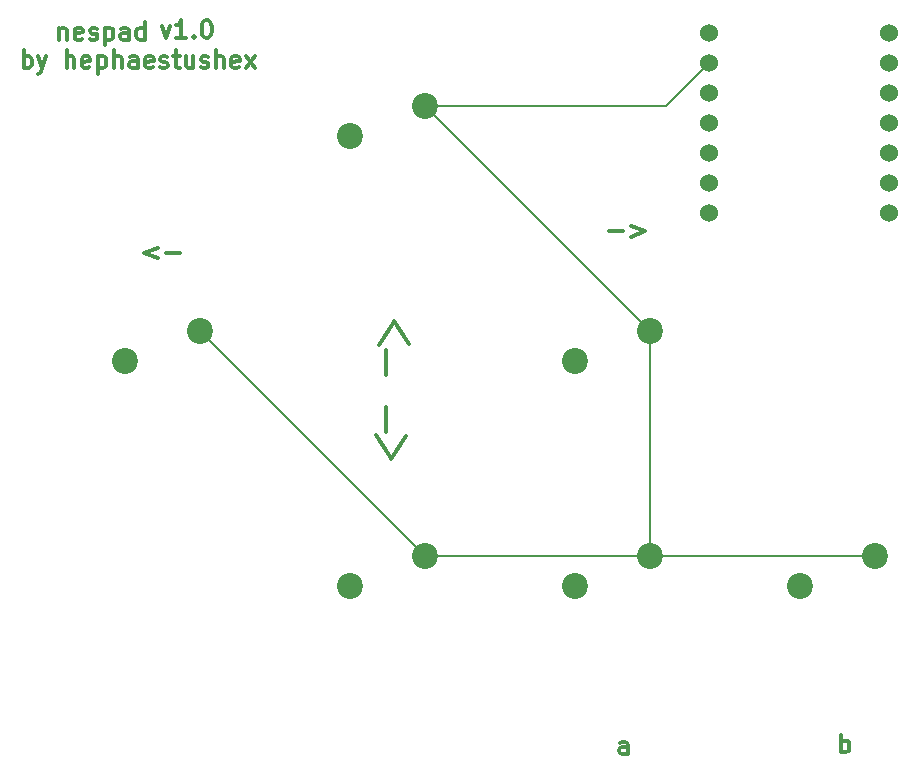
<source format=gbr>
%TF.GenerationSoftware,KiCad,Pcbnew,8.0.5*%
%TF.CreationDate,2025-02-18T21:33:54-07:00*%
%TF.ProjectId,nespad,6e657370-6164-42e6-9b69-6361645f7063,rev?*%
%TF.SameCoordinates,Original*%
%TF.FileFunction,Copper,L1,Top*%
%TF.FilePolarity,Positive*%
%FSLAX46Y46*%
G04 Gerber Fmt 4.6, Leading zero omitted, Abs format (unit mm)*
G04 Created by KiCad (PCBNEW 8.0.5) date 2025-02-18 21:33:54*
%MOMM*%
%LPD*%
G01*
G04 APERTURE LIST*
%ADD10C,0.300000*%
%TA.AperFunction,NonConductor*%
%ADD11C,0.300000*%
%TD*%
%TA.AperFunction,ComponentPad*%
%ADD12C,2.200000*%
%TD*%
%TA.AperFunction,ComponentPad*%
%ADD13C,1.524000*%
%TD*%
%TA.AperFunction,Conductor*%
%ADD14C,0.200000*%
%TD*%
G04 APERTURE END LIST*
D10*
D11*
X85744510Y-71835828D02*
X85744510Y-70335828D01*
X85744510Y-70907257D02*
X85887368Y-70835828D01*
X85887368Y-70835828D02*
X86173082Y-70835828D01*
X86173082Y-70835828D02*
X86315939Y-70907257D01*
X86315939Y-70907257D02*
X86387368Y-70978685D01*
X86387368Y-70978685D02*
X86458796Y-71121542D01*
X86458796Y-71121542D02*
X86458796Y-71550114D01*
X86458796Y-71550114D02*
X86387368Y-71692971D01*
X86387368Y-71692971D02*
X86315939Y-71764400D01*
X86315939Y-71764400D02*
X86173082Y-71835828D01*
X86173082Y-71835828D02*
X85887368Y-71835828D01*
X85887368Y-71835828D02*
X85744510Y-71764400D01*
X86958796Y-70835828D02*
X87315939Y-71835828D01*
X87673082Y-70835828D02*
X87315939Y-71835828D01*
X87315939Y-71835828D02*
X87173082Y-72192971D01*
X87173082Y-72192971D02*
X87101653Y-72264400D01*
X87101653Y-72264400D02*
X86958796Y-72335828D01*
X89387367Y-71835828D02*
X89387367Y-70335828D01*
X90030225Y-71835828D02*
X90030225Y-71050114D01*
X90030225Y-71050114D02*
X89958796Y-70907257D01*
X89958796Y-70907257D02*
X89815939Y-70835828D01*
X89815939Y-70835828D02*
X89601653Y-70835828D01*
X89601653Y-70835828D02*
X89458796Y-70907257D01*
X89458796Y-70907257D02*
X89387367Y-70978685D01*
X91315939Y-71764400D02*
X91173082Y-71835828D01*
X91173082Y-71835828D02*
X90887368Y-71835828D01*
X90887368Y-71835828D02*
X90744510Y-71764400D01*
X90744510Y-71764400D02*
X90673082Y-71621542D01*
X90673082Y-71621542D02*
X90673082Y-71050114D01*
X90673082Y-71050114D02*
X90744510Y-70907257D01*
X90744510Y-70907257D02*
X90887368Y-70835828D01*
X90887368Y-70835828D02*
X91173082Y-70835828D01*
X91173082Y-70835828D02*
X91315939Y-70907257D01*
X91315939Y-70907257D02*
X91387368Y-71050114D01*
X91387368Y-71050114D02*
X91387368Y-71192971D01*
X91387368Y-71192971D02*
X90673082Y-71335828D01*
X92030224Y-70835828D02*
X92030224Y-72335828D01*
X92030224Y-70907257D02*
X92173082Y-70835828D01*
X92173082Y-70835828D02*
X92458796Y-70835828D01*
X92458796Y-70835828D02*
X92601653Y-70907257D01*
X92601653Y-70907257D02*
X92673082Y-70978685D01*
X92673082Y-70978685D02*
X92744510Y-71121542D01*
X92744510Y-71121542D02*
X92744510Y-71550114D01*
X92744510Y-71550114D02*
X92673082Y-71692971D01*
X92673082Y-71692971D02*
X92601653Y-71764400D01*
X92601653Y-71764400D02*
X92458796Y-71835828D01*
X92458796Y-71835828D02*
X92173082Y-71835828D01*
X92173082Y-71835828D02*
X92030224Y-71764400D01*
X93387367Y-71835828D02*
X93387367Y-70335828D01*
X94030225Y-71835828D02*
X94030225Y-71050114D01*
X94030225Y-71050114D02*
X93958796Y-70907257D01*
X93958796Y-70907257D02*
X93815939Y-70835828D01*
X93815939Y-70835828D02*
X93601653Y-70835828D01*
X93601653Y-70835828D02*
X93458796Y-70907257D01*
X93458796Y-70907257D02*
X93387367Y-70978685D01*
X95387368Y-71835828D02*
X95387368Y-71050114D01*
X95387368Y-71050114D02*
X95315939Y-70907257D01*
X95315939Y-70907257D02*
X95173082Y-70835828D01*
X95173082Y-70835828D02*
X94887368Y-70835828D01*
X94887368Y-70835828D02*
X94744510Y-70907257D01*
X95387368Y-71764400D02*
X95244510Y-71835828D01*
X95244510Y-71835828D02*
X94887368Y-71835828D01*
X94887368Y-71835828D02*
X94744510Y-71764400D01*
X94744510Y-71764400D02*
X94673082Y-71621542D01*
X94673082Y-71621542D02*
X94673082Y-71478685D01*
X94673082Y-71478685D02*
X94744510Y-71335828D01*
X94744510Y-71335828D02*
X94887368Y-71264400D01*
X94887368Y-71264400D02*
X95244510Y-71264400D01*
X95244510Y-71264400D02*
X95387368Y-71192971D01*
X96673082Y-71764400D02*
X96530225Y-71835828D01*
X96530225Y-71835828D02*
X96244511Y-71835828D01*
X96244511Y-71835828D02*
X96101653Y-71764400D01*
X96101653Y-71764400D02*
X96030225Y-71621542D01*
X96030225Y-71621542D02*
X96030225Y-71050114D01*
X96030225Y-71050114D02*
X96101653Y-70907257D01*
X96101653Y-70907257D02*
X96244511Y-70835828D01*
X96244511Y-70835828D02*
X96530225Y-70835828D01*
X96530225Y-70835828D02*
X96673082Y-70907257D01*
X96673082Y-70907257D02*
X96744511Y-71050114D01*
X96744511Y-71050114D02*
X96744511Y-71192971D01*
X96744511Y-71192971D02*
X96030225Y-71335828D01*
X97315939Y-71764400D02*
X97458796Y-71835828D01*
X97458796Y-71835828D02*
X97744510Y-71835828D01*
X97744510Y-71835828D02*
X97887367Y-71764400D01*
X97887367Y-71764400D02*
X97958796Y-71621542D01*
X97958796Y-71621542D02*
X97958796Y-71550114D01*
X97958796Y-71550114D02*
X97887367Y-71407257D01*
X97887367Y-71407257D02*
X97744510Y-71335828D01*
X97744510Y-71335828D02*
X97530225Y-71335828D01*
X97530225Y-71335828D02*
X97387367Y-71264400D01*
X97387367Y-71264400D02*
X97315939Y-71121542D01*
X97315939Y-71121542D02*
X97315939Y-71050114D01*
X97315939Y-71050114D02*
X97387367Y-70907257D01*
X97387367Y-70907257D02*
X97530225Y-70835828D01*
X97530225Y-70835828D02*
X97744510Y-70835828D01*
X97744510Y-70835828D02*
X97887367Y-70907257D01*
X98387368Y-70835828D02*
X98958796Y-70835828D01*
X98601653Y-70335828D02*
X98601653Y-71621542D01*
X98601653Y-71621542D02*
X98673082Y-71764400D01*
X98673082Y-71764400D02*
X98815939Y-71835828D01*
X98815939Y-71835828D02*
X98958796Y-71835828D01*
X100101654Y-70835828D02*
X100101654Y-71835828D01*
X99458796Y-70835828D02*
X99458796Y-71621542D01*
X99458796Y-71621542D02*
X99530225Y-71764400D01*
X99530225Y-71764400D02*
X99673082Y-71835828D01*
X99673082Y-71835828D02*
X99887368Y-71835828D01*
X99887368Y-71835828D02*
X100030225Y-71764400D01*
X100030225Y-71764400D02*
X100101654Y-71692971D01*
X100744511Y-71764400D02*
X100887368Y-71835828D01*
X100887368Y-71835828D02*
X101173082Y-71835828D01*
X101173082Y-71835828D02*
X101315939Y-71764400D01*
X101315939Y-71764400D02*
X101387368Y-71621542D01*
X101387368Y-71621542D02*
X101387368Y-71550114D01*
X101387368Y-71550114D02*
X101315939Y-71407257D01*
X101315939Y-71407257D02*
X101173082Y-71335828D01*
X101173082Y-71335828D02*
X100958797Y-71335828D01*
X100958797Y-71335828D02*
X100815939Y-71264400D01*
X100815939Y-71264400D02*
X100744511Y-71121542D01*
X100744511Y-71121542D02*
X100744511Y-71050114D01*
X100744511Y-71050114D02*
X100815939Y-70907257D01*
X100815939Y-70907257D02*
X100958797Y-70835828D01*
X100958797Y-70835828D02*
X101173082Y-70835828D01*
X101173082Y-70835828D02*
X101315939Y-70907257D01*
X102030225Y-71835828D02*
X102030225Y-70335828D01*
X102673083Y-71835828D02*
X102673083Y-71050114D01*
X102673083Y-71050114D02*
X102601654Y-70907257D01*
X102601654Y-70907257D02*
X102458797Y-70835828D01*
X102458797Y-70835828D02*
X102244511Y-70835828D01*
X102244511Y-70835828D02*
X102101654Y-70907257D01*
X102101654Y-70907257D02*
X102030225Y-70978685D01*
X103958797Y-71764400D02*
X103815940Y-71835828D01*
X103815940Y-71835828D02*
X103530226Y-71835828D01*
X103530226Y-71835828D02*
X103387368Y-71764400D01*
X103387368Y-71764400D02*
X103315940Y-71621542D01*
X103315940Y-71621542D02*
X103315940Y-71050114D01*
X103315940Y-71050114D02*
X103387368Y-70907257D01*
X103387368Y-70907257D02*
X103530226Y-70835828D01*
X103530226Y-70835828D02*
X103815940Y-70835828D01*
X103815940Y-70835828D02*
X103958797Y-70907257D01*
X103958797Y-70907257D02*
X104030226Y-71050114D01*
X104030226Y-71050114D02*
X104030226Y-71192971D01*
X104030226Y-71192971D02*
X103315940Y-71335828D01*
X104530225Y-71835828D02*
X105315940Y-70835828D01*
X104530225Y-70835828D02*
X105315940Y-71835828D01*
D10*
D11*
X97112368Y-87085828D02*
X95969510Y-87514400D01*
X95969510Y-87514400D02*
X97112368Y-87942971D01*
X97826653Y-87514400D02*
X98969511Y-87514400D01*
D10*
D11*
X135319510Y-85664400D02*
X136462368Y-85664400D01*
X137176653Y-85235828D02*
X138319511Y-85664400D01*
X138319511Y-85664400D02*
X137176653Y-86092971D01*
D10*
D11*
X88769510Y-68410828D02*
X88769510Y-69410828D01*
X88769510Y-68553685D02*
X88840939Y-68482257D01*
X88840939Y-68482257D02*
X88983796Y-68410828D01*
X88983796Y-68410828D02*
X89198082Y-68410828D01*
X89198082Y-68410828D02*
X89340939Y-68482257D01*
X89340939Y-68482257D02*
X89412368Y-68625114D01*
X89412368Y-68625114D02*
X89412368Y-69410828D01*
X90698082Y-69339400D02*
X90555225Y-69410828D01*
X90555225Y-69410828D02*
X90269511Y-69410828D01*
X90269511Y-69410828D02*
X90126653Y-69339400D01*
X90126653Y-69339400D02*
X90055225Y-69196542D01*
X90055225Y-69196542D02*
X90055225Y-68625114D01*
X90055225Y-68625114D02*
X90126653Y-68482257D01*
X90126653Y-68482257D02*
X90269511Y-68410828D01*
X90269511Y-68410828D02*
X90555225Y-68410828D01*
X90555225Y-68410828D02*
X90698082Y-68482257D01*
X90698082Y-68482257D02*
X90769511Y-68625114D01*
X90769511Y-68625114D02*
X90769511Y-68767971D01*
X90769511Y-68767971D02*
X90055225Y-68910828D01*
X91340939Y-69339400D02*
X91483796Y-69410828D01*
X91483796Y-69410828D02*
X91769510Y-69410828D01*
X91769510Y-69410828D02*
X91912367Y-69339400D01*
X91912367Y-69339400D02*
X91983796Y-69196542D01*
X91983796Y-69196542D02*
X91983796Y-69125114D01*
X91983796Y-69125114D02*
X91912367Y-68982257D01*
X91912367Y-68982257D02*
X91769510Y-68910828D01*
X91769510Y-68910828D02*
X91555225Y-68910828D01*
X91555225Y-68910828D02*
X91412367Y-68839400D01*
X91412367Y-68839400D02*
X91340939Y-68696542D01*
X91340939Y-68696542D02*
X91340939Y-68625114D01*
X91340939Y-68625114D02*
X91412367Y-68482257D01*
X91412367Y-68482257D02*
X91555225Y-68410828D01*
X91555225Y-68410828D02*
X91769510Y-68410828D01*
X91769510Y-68410828D02*
X91912367Y-68482257D01*
X92626653Y-68410828D02*
X92626653Y-69910828D01*
X92626653Y-68482257D02*
X92769511Y-68410828D01*
X92769511Y-68410828D02*
X93055225Y-68410828D01*
X93055225Y-68410828D02*
X93198082Y-68482257D01*
X93198082Y-68482257D02*
X93269511Y-68553685D01*
X93269511Y-68553685D02*
X93340939Y-68696542D01*
X93340939Y-68696542D02*
X93340939Y-69125114D01*
X93340939Y-69125114D02*
X93269511Y-69267971D01*
X93269511Y-69267971D02*
X93198082Y-69339400D01*
X93198082Y-69339400D02*
X93055225Y-69410828D01*
X93055225Y-69410828D02*
X92769511Y-69410828D01*
X92769511Y-69410828D02*
X92626653Y-69339400D01*
X94626654Y-69410828D02*
X94626654Y-68625114D01*
X94626654Y-68625114D02*
X94555225Y-68482257D01*
X94555225Y-68482257D02*
X94412368Y-68410828D01*
X94412368Y-68410828D02*
X94126654Y-68410828D01*
X94126654Y-68410828D02*
X93983796Y-68482257D01*
X94626654Y-69339400D02*
X94483796Y-69410828D01*
X94483796Y-69410828D02*
X94126654Y-69410828D01*
X94126654Y-69410828D02*
X93983796Y-69339400D01*
X93983796Y-69339400D02*
X93912368Y-69196542D01*
X93912368Y-69196542D02*
X93912368Y-69053685D01*
X93912368Y-69053685D02*
X93983796Y-68910828D01*
X93983796Y-68910828D02*
X94126654Y-68839400D01*
X94126654Y-68839400D02*
X94483796Y-68839400D01*
X94483796Y-68839400D02*
X94626654Y-68767971D01*
X95983797Y-69410828D02*
X95983797Y-67910828D01*
X95983797Y-69339400D02*
X95840939Y-69410828D01*
X95840939Y-69410828D02*
X95555225Y-69410828D01*
X95555225Y-69410828D02*
X95412368Y-69339400D01*
X95412368Y-69339400D02*
X95340939Y-69267971D01*
X95340939Y-69267971D02*
X95269511Y-69125114D01*
X95269511Y-69125114D02*
X95269511Y-68696542D01*
X95269511Y-68696542D02*
X95340939Y-68553685D01*
X95340939Y-68553685D02*
X95412368Y-68482257D01*
X95412368Y-68482257D02*
X95555225Y-68410828D01*
X95555225Y-68410828D02*
X95840939Y-68410828D01*
X95840939Y-68410828D02*
X95983797Y-68482257D01*
D10*
D11*
X154944510Y-129760828D02*
X154944510Y-128260828D01*
X154944510Y-128832257D02*
X155087368Y-128760828D01*
X155087368Y-128760828D02*
X155373082Y-128760828D01*
X155373082Y-128760828D02*
X155515939Y-128832257D01*
X155515939Y-128832257D02*
X155587368Y-128903685D01*
X155587368Y-128903685D02*
X155658796Y-129046542D01*
X155658796Y-129046542D02*
X155658796Y-129475114D01*
X155658796Y-129475114D02*
X155587368Y-129617971D01*
X155587368Y-129617971D02*
X155515939Y-129689400D01*
X155515939Y-129689400D02*
X155373082Y-129760828D01*
X155373082Y-129760828D02*
X155087368Y-129760828D01*
X155087368Y-129760828D02*
X154944510Y-129689400D01*
D10*
D11*
X117115939Y-93329736D02*
X115830225Y-95258307D01*
X117115939Y-93258307D02*
X118401654Y-95186878D01*
X116401653Y-97816080D02*
X116401653Y-95673223D01*
X116401653Y-102645912D02*
X116401653Y-100503055D01*
X115544510Y-102917971D02*
X116830225Y-104846542D01*
X118115939Y-102989400D02*
X116830225Y-104917971D01*
D10*
D11*
X97451653Y-68285828D02*
X97808796Y-69285828D01*
X97808796Y-69285828D02*
X98165939Y-68285828D01*
X99523082Y-69285828D02*
X98665939Y-69285828D01*
X99094510Y-69285828D02*
X99094510Y-67785828D01*
X99094510Y-67785828D02*
X98951653Y-68000114D01*
X98951653Y-68000114D02*
X98808796Y-68142971D01*
X98808796Y-68142971D02*
X98665939Y-68214400D01*
X100165938Y-69142971D02*
X100237367Y-69214400D01*
X100237367Y-69214400D02*
X100165938Y-69285828D01*
X100165938Y-69285828D02*
X100094510Y-69214400D01*
X100094510Y-69214400D02*
X100165938Y-69142971D01*
X100165938Y-69142971D02*
X100165938Y-69285828D01*
X101165939Y-67785828D02*
X101308796Y-67785828D01*
X101308796Y-67785828D02*
X101451653Y-67857257D01*
X101451653Y-67857257D02*
X101523082Y-67928685D01*
X101523082Y-67928685D02*
X101594510Y-68071542D01*
X101594510Y-68071542D02*
X101665939Y-68357257D01*
X101665939Y-68357257D02*
X101665939Y-68714400D01*
X101665939Y-68714400D02*
X101594510Y-69000114D01*
X101594510Y-69000114D02*
X101523082Y-69142971D01*
X101523082Y-69142971D02*
X101451653Y-69214400D01*
X101451653Y-69214400D02*
X101308796Y-69285828D01*
X101308796Y-69285828D02*
X101165939Y-69285828D01*
X101165939Y-69285828D02*
X101023082Y-69214400D01*
X101023082Y-69214400D02*
X100951653Y-69142971D01*
X100951653Y-69142971D02*
X100880224Y-69000114D01*
X100880224Y-69000114D02*
X100808796Y-68714400D01*
X100808796Y-68714400D02*
X100808796Y-68357257D01*
X100808796Y-68357257D02*
X100880224Y-68071542D01*
X100880224Y-68071542D02*
X100951653Y-67928685D01*
X100951653Y-67928685D02*
X101023082Y-67857257D01*
X101023082Y-67857257D02*
X101165939Y-67785828D01*
D10*
D11*
X136887368Y-129885828D02*
X136887368Y-129100114D01*
X136887368Y-129100114D02*
X136815939Y-128957257D01*
X136815939Y-128957257D02*
X136673082Y-128885828D01*
X136673082Y-128885828D02*
X136387368Y-128885828D01*
X136387368Y-128885828D02*
X136244510Y-128957257D01*
X136887368Y-129814400D02*
X136744510Y-129885828D01*
X136744510Y-129885828D02*
X136387368Y-129885828D01*
X136387368Y-129885828D02*
X136244510Y-129814400D01*
X136244510Y-129814400D02*
X136173082Y-129671542D01*
X136173082Y-129671542D02*
X136173082Y-129528685D01*
X136173082Y-129528685D02*
X136244510Y-129385828D01*
X136244510Y-129385828D02*
X136387368Y-129314400D01*
X136387368Y-129314400D02*
X136744510Y-129314400D01*
X136744510Y-129314400D02*
X136887368Y-129242971D01*
D12*
%TO.P,SW4,1,1*%
%TO.N,GND*%
X138730000Y-94130000D03*
%TO.P,SW4,2,2*%
%TO.N,Net-(U1-GPIO29{slash}ADC3{slash}A3)*%
X132380000Y-96670000D03*
%TD*%
%TO.P,SW2,1,1*%
%TO.N,GND*%
X119680000Y-113180000D03*
%TO.P,SW2,2,2*%
%TO.N,Net-(U1-GPIO27{slash}ADC1{slash}A1)*%
X113330000Y-115720000D03*
%TD*%
%TO.P,SW1,1,1*%
%TO.N,GND*%
X119680000Y-75080000D03*
%TO.P,SW1,2,2*%
%TO.N,Net-(U1-GPIO26{slash}ADC0{slash}A0)*%
X113330000Y-77620000D03*
%TD*%
%TO.P,SW5,1,1*%
%TO.N,GND*%
X138730000Y-113180000D03*
%TO.P,SW5,2,2*%
%TO.N,Net-(U1-GPIO6{slash}SDA)*%
X132380000Y-115720000D03*
%TD*%
%TO.P,SW6,1,1*%
%TO.N,GND*%
X157780000Y-113180000D03*
%TO.P,SW6,2,2*%
%TO.N,Net-(U1-GPIO7{slash}SCL)*%
X151430000Y-115720000D03*
%TD*%
%TO.P,SW3,1,1*%
%TO.N,GND*%
X100630000Y-94130000D03*
%TO.P,SW3,2,2*%
%TO.N,Net-(U1-GPIO28{slash}ADC2{slash}A2)*%
X94280000Y-96670000D03*
%TD*%
D13*
%TO.P,U1,1,GPIO26/ADC0/A0*%
%TO.N,Net-(U1-GPIO26{slash}ADC0{slash}A0)*%
X159035000Y-68858500D03*
%TO.P,U1,2,GPIO27/ADC1/A1*%
%TO.N,Net-(U1-GPIO27{slash}ADC1{slash}A1)*%
X159035000Y-71398500D03*
%TO.P,U1,3,GPIO28/ADC2/A2*%
%TO.N,Net-(U1-GPIO28{slash}ADC2{slash}A2)*%
X159035000Y-73938500D03*
%TO.P,U1,4,GPIO29/ADC3/A3*%
%TO.N,Net-(U1-GPIO29{slash}ADC3{slash}A3)*%
X159035000Y-76478500D03*
%TO.P,U1,5,GPIO6/SDA*%
%TO.N,Net-(U1-GPIO6{slash}SDA)*%
X159035000Y-79018500D03*
%TO.P,U1,6,GPIO7/SCL*%
%TO.N,Net-(U1-GPIO7{slash}SCL)*%
X159035000Y-81558500D03*
%TO.P,U1,7,GPIO0/TX*%
%TO.N,unconnected-(U1-GPIO0{slash}TX-Pad7)*%
X159035000Y-84098500D03*
%TO.P,U1,8,GPIO1/RX*%
%TO.N,unconnected-(U1-GPIO1{slash}RX-Pad8)*%
X143795000Y-84098500D03*
%TO.P,U1,9,GPIO2/SCK*%
%TO.N,unconnected-(U1-GPIO2{slash}SCK-Pad9)*%
X143795000Y-81558500D03*
%TO.P,U1,10,GPIO4/MISO*%
%TO.N,unconnected-(U1-GPIO4{slash}MISO-Pad10)*%
X143795000Y-79018500D03*
%TO.P,U1,11,GPIO3/MOSI*%
%TO.N,unconnected-(U1-GPIO3{slash}MOSI-Pad11)*%
X143795000Y-76478500D03*
%TO.P,U1,12,3V3*%
%TO.N,unconnected-(U1-3V3-Pad12)*%
X143795000Y-73938500D03*
%TO.P,U1,13,GND*%
%TO.N,GND*%
X143795000Y-71398500D03*
%TO.P,U1,14,VBUS*%
%TO.N,unconnected-(U1-VBUS-Pad14)*%
X143795000Y-68858500D03*
%TD*%
D14*
%TO.N,GND*%
X100630000Y-94130000D02*
X119680000Y-113180000D01*
X119680000Y-75080000D02*
X140113500Y-75080000D01*
X140113500Y-75080000D02*
X143795000Y-71398500D01*
X119680000Y-113180000D02*
X157780000Y-113180000D01*
X119680000Y-75080000D02*
X138730000Y-94130000D01*
X138730000Y-94130000D02*
X138730000Y-113180000D01*
%TD*%
M02*

</source>
